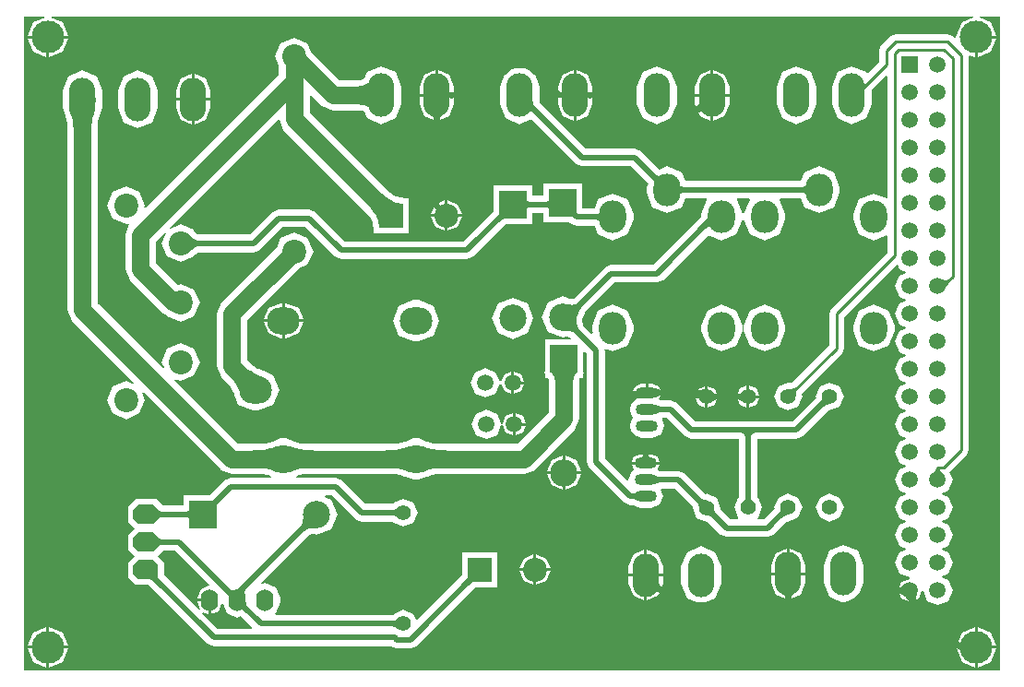
<source format=gbl>
G04*
G04 #@! TF.GenerationSoftware,Altium Limited,Altium Designer,18.0.11 (651)*
G04*
G04 Layer_Physical_Order=2*
G04 Layer_Color=16711680*
%FSTAX44Y44*%
%MOMM*%
G71*
G01*
G75*
%ADD10C,0.2540*%
%ADD31C,0.5000*%
%ADD32C,1.6000*%
%ADD33C,3.0000*%
%ADD34C,1.4000*%
%ADD35C,2.2000*%
%ADD36R,2.2000X2.2000*%
%ADD37C,1.5000*%
%ADD38C,2.5000*%
%ADD39R,2.5000X2.5000*%
%ADD40R,1.5000X1.5000*%
%ADD41O,2.0320X1.0160*%
%ADD42O,3.0000X2.5000*%
G04:AMPARAMS|DCode=43|XSize=1.778mm|YSize=2.286mm|CornerRadius=0mm|HoleSize=0mm|Usage=FLASHONLY|Rotation=90.000|XOffset=0mm|YOffset=0mm|HoleType=Round|Shape=Octagon|*
%AMOCTAGOND43*
4,1,8,-1.1430,-0.4445,-1.1430,0.4445,-0.6985,0.8890,0.6985,0.8890,1.1430,0.4445,1.1430,-0.4445,0.6985,-0.8890,-0.6985,-0.8890,-1.1430,-0.4445,0.0*
%
%ADD43OCTAGOND43*%

%ADD44R,2.5000X2.5000*%
%ADD45O,1.6000X2.0000*%
%ADD46O,2.4000X4.0000*%
%ADD47O,2.5000X3.0000*%
G36*
X0090424Y0000889D02*
X0000889D01*
Y006096D01*
X00027318D01*
X00027571Y0060833D01*
X00017055Y00603974D01*
X00012021Y0059182D01*
X00048939D01*
X00043905Y00603974D01*
X00033389Y0060833D01*
X00033642Y006096D01*
X00879488D01*
X00879741Y0060833D01*
X00869225Y00603974D01*
X00863665Y0059055D01*
X00863757Y00590328D01*
X00862701Y00589622D01*
X00860843Y0059148D01*
X00855983Y00593493D01*
X00808403D01*
X00808403Y00593493D01*
X00803543Y0059148D01*
X00803543Y0059148D01*
X0079536Y00583297D01*
X00793347Y00578437D01*
Y00568117D01*
X00782843Y00557613D01*
X00781597Y00557861D01*
X00781423Y00558282D01*
X0076835Y00563697D01*
X00755277Y00558282D01*
X00749863Y0054521D01*
Y0052921D01*
X00755277Y00516138D01*
X0076835Y00510723D01*
X00781423Y00516138D01*
X00786837Y0052921D01*
Y00542167D01*
X00799793Y00555123D01*
X00800967Y00554637D01*
Y00442891D01*
X00799911Y00442186D01*
X0078834Y00446978D01*
X00774885Y00441405D01*
X00769312Y0042795D01*
Y0042295D01*
X00774885Y00409495D01*
X0078834Y00403922D01*
X00799911Y00408714D01*
X00800967Y00408009D01*
Y00392857D01*
X0074952Y0034141D01*
X00747507Y0033655D01*
Y00307847D01*
X0071297Y00273311D01*
X00712903Y00273291D01*
X00712549Y00273214D01*
X00712146Y00273154D01*
X00711227Y00273088D01*
X0070993Y00273625D01*
X00700684Y00269796D01*
X00696855Y0026055D01*
X00700684Y00251304D01*
X0070993Y00247475D01*
X00719176Y00251304D01*
X00723005Y0026055D01*
X00722465Y00261855D01*
X00722474Y00262181D01*
X00722524Y00262701D01*
X00722594Y00263169D01*
X00722671Y00263523D01*
X00722691Y0026359D01*
X0075924Y0030014D01*
X0075924Y0030014D01*
X00761253Y00305D01*
X00761253Y00305D01*
Y00333703D01*
X00809265Y00381715D01*
X0081051Y00381467D01*
X00812062Y00377722D01*
X00817944Y00375285D01*
Y00374015D01*
X00812062Y00371578D01*
X00808074Y0036195D01*
X00812062Y00352322D01*
X00817944Y00349885D01*
Y00348615D01*
X00812062Y00346178D01*
X00808074Y0033655D01*
X00812062Y00326922D01*
X00817944Y00324485D01*
Y00323215D01*
X00812062Y00320778D01*
X00808074Y0031115D01*
X00812062Y00301522D01*
X00817944Y00299085D01*
Y00297815D01*
X00812062Y00295378D01*
X00808074Y0028575D01*
X00812062Y00276122D01*
X00817944Y00273685D01*
Y00272415D01*
X00812062Y00269978D01*
X00808074Y0026035D01*
X00812062Y00250722D01*
X00817944Y00248285D01*
Y00247015D01*
X00812062Y00244578D01*
X00808074Y0023495D01*
X00812062Y00225322D01*
X00817944Y00222885D01*
Y00221615D01*
X00812062Y00219178D01*
X00808074Y0020955D01*
X00812062Y00199922D01*
X00817944Y00197485D01*
Y00196215D01*
X00812062Y00193778D01*
X00808074Y0018415D01*
X00812062Y00174522D01*
X00817944Y00172085D01*
Y00170815D01*
X00812062Y00168378D01*
X00808074Y0015875D01*
X00812062Y00149122D01*
X00817944Y00146685D01*
Y00145415D01*
X00812062Y00142978D01*
X00808074Y0013335D01*
X00812062Y00123722D01*
X00817944Y00121285D01*
Y00120015D01*
X00812062Y00117578D01*
X00808074Y0010795D01*
X00812062Y00098322D01*
X00821137Y00094563D01*
Y00093188D01*
X00814006Y00090234D01*
X00811942Y00085253D01*
X00812157Y00085297D01*
X00812803Y0008549D01*
X00813432Y00085737D01*
X00814046Y0008604D01*
X00814642Y00086397D01*
X00815223Y0008681D01*
X00815787Y00087277D01*
X00816334Y000878D01*
Y0008382D01*
X0082169D01*
Y0008255D01*
X0082296D01*
Y00077128D01*
X00827736Y00078112D01*
X00827421Y00077618D01*
X00827197Y00077117D01*
X00827063Y00076611D01*
X00827021Y00076099D01*
X0082707Y00075581D01*
X0082721Y00075058D01*
X0082744Y00074529D01*
X00827664Y00074157D01*
X00829374Y00074866D01*
X00832328Y00081997D01*
X00833703D01*
X00837462Y00072922D01*
X0084709Y00068934D01*
X00856718Y00072922D01*
X00860706Y0008255D01*
X00856718Y00092178D01*
X00850836Y00094615D01*
Y00095885D01*
X00856718Y00098322D01*
X00860706Y0010795D01*
X00856718Y00117578D01*
X00850836Y00120015D01*
Y00121285D01*
X00856718Y00123722D01*
X00860706Y0013335D01*
X00856718Y00142978D01*
X00850836Y00145415D01*
Y00146685D01*
X00856718Y00149122D01*
X00860706Y0015875D01*
X00856718Y00168378D01*
X00850836Y00170815D01*
Y00172085D01*
X00856718Y00174522D01*
X00860706Y0018415D01*
X00857863Y00191016D01*
X0087342Y00206573D01*
X0087342Y00206573D01*
X00875433Y00211433D01*
X00875433Y00211433D01*
Y0057318D01*
X00876703Y00574028D01*
X0088138Y00572091D01*
Y0059055D01*
X0088265D01*
Y0059182D01*
X00901109D01*
X00896075Y00603974D01*
X00885559Y0060833D01*
X00885812Y006096D01*
X0090424D01*
Y0000889D01*
D02*
G37*
G36*
X00782153Y00545406D02*
X00781784Y0054502D01*
X00781171Y00544266D01*
X00780926Y00543897D01*
X00780723Y00543535D01*
X00780561Y00543179D01*
X0078044Y00542829D01*
X00780361Y00542485D01*
X00780323Y00542146D01*
X00780326Y00541814D01*
X00779838Y00548503D01*
X00779882Y00548201D01*
X00779964Y00547974D01*
X00780085Y00547822D01*
X00780244Y00547745D01*
X00780442Y00547743D01*
X00780678Y00547815D01*
X00780953Y00547962D01*
X00781266Y00548185D01*
X00781617Y00548481D01*
X00782007Y00548853D01*
X00782153Y00545406D01*
D02*
G37*
G36*
X00857748Y00365732D02*
X00857543Y00365496D01*
X00857297Y00365155D01*
X0085668Y00364159D01*
X00855443Y00361882D01*
X00853832Y00358665D01*
X00850748Y00368498D01*
X00851523Y003681D01*
X00852264Y00367791D01*
X0085297Y00367571D01*
X00853643Y00367441D01*
X0085428Y003674D01*
X00854884Y00367448D01*
X00855454Y00367585D01*
X00855989Y00367812D01*
X0085649Y00368128D01*
X00856957Y00368533D01*
X00857748Y00365732D01*
D02*
G37*
G36*
X00718665Y00267489D02*
X00718326Y00267099D01*
X00718024Y00266643D01*
X00717759Y00266121D01*
X0071753Y00265533D01*
X00717338Y00264879D01*
X00717183Y00264159D01*
X00717065Y00263373D01*
X00716983Y00262521D01*
X0071693Y0026062D01*
X0071Y0026755D01*
X00710984Y00267558D01*
X00712753Y00267684D01*
X00713539Y00267803D01*
X00714259Y00267958D01*
X00714913Y0026815D01*
X00715501Y00268379D01*
X00716023Y00268644D01*
X00716479Y00268946D01*
X00716869Y00269286D01*
X00718665Y00267489D01*
D02*
G37*
G36*
X00848394Y00195117D02*
X00848498Y00194536D01*
X00848671Y00193957D01*
X00848913Y00193381D01*
X00849224Y00192807D01*
X00849604Y00192236D01*
X00850053Y00191667D01*
X00850571Y001911D01*
X00851159Y00190536D01*
X00851815Y00189974D01*
X00842365D01*
X00843021Y00190536D01*
X00843609Y001911D01*
X00844127Y00191667D01*
X00844576Y00192236D01*
X00844956Y00192807D01*
X00845267Y00193381D01*
X00845509Y00193957D01*
X00845682Y00194536D01*
X00845786Y00195117D01*
X0084582Y001957D01*
X0084836D01*
X00848394Y00195117D01*
D02*
G37*
%LPC*%
G36*
X00901109Y0058928D02*
X0088392D01*
Y00572091D01*
X00896075Y00577126D01*
X00901109Y0058928D01*
D02*
G37*
G36*
X00048939D02*
X0003175D01*
Y00572091D01*
X00043905Y00577126D01*
X00048939Y0058928D01*
D02*
G37*
G36*
X0002921D02*
X00012021D01*
X00017055Y00577126D01*
X0002921Y00572091D01*
Y0058928D01*
D02*
G37*
G36*
X0051562Y00560422D02*
Y0053848D01*
X00526326D01*
Y0054221D01*
X00526376Y00541735D01*
X00526527Y0054131D01*
X00526779Y00540935D01*
X00527131Y0054061D01*
X00527584Y00540335D01*
X00528137Y0054011D01*
X00528791Y00539935D01*
X00529546Y0053981D01*
X00530088Y00539762D01*
Y0054521D01*
X00525479Y00556338D01*
X0051562Y00560422D01*
D02*
G37*
G36*
X0038862D02*
Y0053848D01*
X00399326D01*
Y0054221D01*
X00399376Y00541735D01*
X00399527Y0054131D01*
X00399779Y00540935D01*
X00400131Y0054061D01*
X00400584Y00540335D01*
X00401137Y0054011D01*
X00401791Y00539935D01*
X00402546Y0053981D01*
X00403088Y00539762D01*
Y0054521D01*
X00398479Y00556338D01*
X0038862Y00560422D01*
D02*
G37*
G36*
X0064135D02*
Y0053848D01*
X00655818D01*
Y0054521D01*
X00651208Y00556338D01*
X0064135Y00560422D01*
D02*
G37*
G36*
X0063881D02*
X00628951Y00556338D01*
X00624342Y0054521D01*
Y0053848D01*
X0063881D01*
Y00560422D01*
D02*
G37*
G36*
X0051308D02*
X00503222Y00556338D01*
X00498612Y0054521D01*
Y0053848D01*
X0049924D01*
Y0053971D01*
X00499836Y00539716D01*
X00501246Y00539807D01*
X0050159Y00539861D01*
X00501873Y00539927D01*
X00502092Y00540005D01*
X00502249Y00540096D01*
X00502343Y00540199D01*
X00502374Y00540313D01*
Y0053848D01*
X0051308D01*
Y00560422D01*
D02*
G37*
G36*
X0038608D02*
X00376222Y00556338D01*
X00371612Y0054521D01*
Y0053848D01*
X0038608D01*
Y00560422D01*
D02*
G37*
G36*
X001651Y00556612D02*
Y0053467D01*
X00179568D01*
Y005414D01*
X00174958Y00552528D01*
X001651Y00556612D01*
D02*
G37*
G36*
X0016256D02*
X00152702Y00552528D01*
X00148092Y005414D01*
Y0053467D01*
X0016256D01*
Y00556612D01*
D02*
G37*
G36*
X0051308Y0053594D02*
X00502374D01*
Y00534107D01*
X00502343Y00534221D01*
X00502249Y00534324D01*
X00502092Y00534414D01*
X00501873Y00534493D01*
X0050159Y00534559D01*
X00501246Y00534613D01*
X00500839Y00534656D01*
X00499836Y00534704D01*
X0049924Y0053471D01*
Y0053594D01*
X00498612D01*
Y0052921D01*
X00503222Y00518082D01*
X0051308Y00513998D01*
Y0053594D01*
D02*
G37*
G36*
X0063881D02*
X00624342D01*
Y0052921D01*
X00625552Y00526289D01*
X00626695Y00527676D01*
X006272Y00528426D01*
X00627604Y00529145D01*
X00627906Y00529833D01*
X00628107Y0053049D01*
X00628208Y00531116D01*
X00628206Y00531711D01*
X00628104Y00532275D01*
X00631185Y00521241D01*
X00630996Y00521724D01*
X00630737Y00522066D01*
X00630407Y00522268D01*
X00630008Y00522328D01*
X00629539Y00522248D01*
X00629Y00522028D01*
X00628391Y00521666D01*
X00627712Y00521165D01*
X00627684Y00521141D01*
X00628951Y00518082D01*
X0063881Y00513998D01*
Y0053594D01*
D02*
G37*
G36*
X00399326D02*
X0038862D01*
Y00518354D01*
X00392338D01*
X00391866Y00518295D01*
X00391442Y00518119D01*
X00391069Y00517827D01*
X00390746Y00517417D01*
X00390472Y0051689D01*
X00390248Y00516246D01*
X00390074Y00515486D01*
X00389949Y00514608D01*
X00389945Y00514547D01*
X00398479Y00518082D01*
X00403088Y0052921D01*
Y00534658D01*
X00402546Y0053461D01*
X00401791Y00534485D01*
X00401137Y0053431D01*
X00400584Y00534085D01*
X00400131Y0053381D01*
X00399779Y00533485D01*
X00399527Y0053311D01*
X00399376Y00532685D01*
X00399326Y0053221D01*
Y0053594D01*
D02*
G37*
G36*
X0038608D02*
X00371612D01*
Y0052921D01*
X00376222Y00518082D01*
X00384755Y00514547D01*
X00384751Y00514608D01*
X00384626Y00515486D01*
X00384452Y00516246D01*
X00384228Y0051689D01*
X00383954Y00517417D01*
X00383631Y00517827D01*
X00383257Y00518119D01*
X00382835Y00518295D01*
X00382362Y00518354D01*
X0038608D01*
Y0053594D01*
D02*
G37*
G36*
X00655818D02*
X0064135D01*
Y00513998D01*
X00651208Y00518082D01*
X00655818Y0052921D01*
Y0053594D01*
D02*
G37*
G36*
X00526326D02*
X0051562D01*
Y00513998D01*
X00525479Y00518082D01*
X00530088Y0052921D01*
Y00534658D01*
X00529546Y0053461D01*
X00528791Y00534485D01*
X00528137Y0053431D01*
X00527584Y00534085D01*
X00527131Y0053381D01*
X00526779Y00533485D01*
X00526527Y0053311D01*
X00526376Y00532685D01*
X00526326Y0053221D01*
Y0053594D01*
D02*
G37*
G36*
X0071755Y00563697D02*
X00704477Y00558282D01*
X00699063Y0054521D01*
Y0052921D01*
X00704477Y00516138D01*
X0071755Y00510723D01*
X00730622Y00516138D01*
X00736037Y0052921D01*
Y0054521D01*
X00730622Y00558282D01*
X0071755Y00563697D01*
D02*
G37*
G36*
X0058928D02*
X00576208Y00558282D01*
X00570793Y0054521D01*
Y0052921D01*
X00576208Y00516138D01*
X0058928Y00510723D01*
X00602352Y00516138D01*
X00607767Y0052921D01*
Y0054521D01*
X00602352Y00558282D01*
X0058928Y00563697D01*
D02*
G37*
G36*
X0025654Y00590175D02*
X00244233Y00585077D01*
X00239135Y0057277D01*
X00242382Y00564931D01*
Y00555774D01*
X00119976Y00433368D01*
X0011892Y00434073D01*
X00119805Y0043621D01*
X00114707Y00448517D01*
X001024Y00453615D01*
X00090093Y00448517D01*
X00084995Y0043621D01*
X00090093Y00423903D01*
X001024Y00418805D01*
X00104711Y00419762D01*
X00105453Y00418695D01*
X00101412Y0040894D01*
X00101412Y0040894D01*
Y0037719D01*
X00101412Y0037719D01*
X00105559Y00367179D01*
X00136039Y00336699D01*
X00136039Y00336699D01*
X00139784Y00335148D01*
X00140093Y00334403D01*
X001524Y00329305D01*
X00164707Y00334403D01*
X00169805Y0034671D01*
X00164707Y00359017D01*
X001524Y00364115D01*
X00149761Y00363022D01*
X00129728Y00383054D01*
Y00403076D01*
X00137737Y00411085D01*
X00138793Y0041038D01*
X00134995Y0040121D01*
X00140093Y00388903D01*
X001524Y00383805D01*
X00164707Y00388903D01*
X00165555Y00390951D01*
X001658Y00391168D01*
X00166534Y00391751D01*
X00167208Y00392221D01*
X00167814Y00392585D01*
X00168346Y0039285D01*
X00168739Y00393005D01*
X002196D01*
X00225401Y00395409D01*
X00245968Y00415975D01*
X00267112D01*
X00293918Y00389169D01*
X00293918Y00389169D01*
X0029972Y00386765D01*
X0029972Y00386766D01*
X0041529D01*
X00421091Y00389169D01*
X00451048Y00419125D01*
X00451137Y00419187D01*
X00451801Y00418912D01*
X00452219Y00419085D01*
X00452659Y00418979D01*
X00453183Y004193D01*
X0047478D01*
Y00428675D01*
X0048534D01*
Y0042057D01*
X00508897D01*
X00509818Y00419649D01*
X0051562Y00417245D01*
X0051562Y00417245D01*
X00532304D01*
X00535515Y00409495D01*
X0054897Y00403922D01*
X00562425Y00409495D01*
X00567999Y0042295D01*
Y0042795D01*
X00562425Y00441405D01*
X0054897Y00446978D01*
X00535515Y00441405D01*
X00532304Y00433655D01*
X005205D01*
Y0045573D01*
X0048534D01*
Y00445084D01*
X0047478D01*
Y0045446D01*
X0043962D01*
Y00432863D01*
X00439299Y00432339D01*
X00439405Y00431899D01*
X00439232Y00431482D01*
X00439507Y00430817D01*
X00439445Y00430728D01*
X00411892Y00403175D01*
X00303118D01*
X00276311Y00429981D01*
X0027051Y00432384D01*
X0024257D01*
X0024257Y00432385D01*
X00236768Y00429981D01*
X00216202Y00409414D01*
X00168739D01*
X00168346Y0040957D01*
X00167814Y00409835D01*
X00167208Y00410199D01*
X00166597Y00410625D01*
X00165535Y00411518D01*
X00164707Y00413517D01*
X001524Y00418615D01*
X0014323Y00414817D01*
X00142525Y00415873D01*
X00241378Y00514726D01*
X00242876Y00514428D01*
X00246529Y00505609D01*
X00324603Y00427535D01*
X00325708Y00425871D01*
X00326749Y0042403D01*
X00327575Y00422255D01*
X00328198Y00420546D01*
X0032863Y00418899D01*
X00328882Y00417306D01*
X0032898Y00415459D01*
X0032936Y00414663D01*
Y0041064D01*
X00333534D01*
X0033447Y00410252D01*
X00334615Y00410312D01*
X00334762Y0041026D01*
X00335558Y0041064D01*
X0036152D01*
Y00436602D01*
X003619Y00437398D01*
X00361848Y00437545D01*
X00361908Y0043769D01*
X0036152Y00438626D01*
Y004428D01*
X00357497D01*
X00356701Y0044318D01*
X00354854Y00443278D01*
X00353261Y0044353D01*
X00351614Y00443962D01*
X00349905Y00444585D01*
X0034813Y00445411D01*
X00346289Y00446452D01*
X00344625Y00447557D01*
X00270698Y00521484D01*
Y00536931D01*
X00271871Y00537417D01*
X00282089Y00527199D01*
X002921Y00523052D01*
X002921Y00523052D01*
X00317422D01*
X00319286Y00522634D01*
X00320736Y00522138D01*
X0032106Y00521973D01*
X00323478Y00516138D01*
X0033655Y00510723D01*
X00349622Y00516138D01*
X00355037Y0052921D01*
Y0054521D01*
X00349622Y00558282D01*
X0033655Y00563697D01*
X00323478Y00558282D01*
X0032106Y00552447D01*
X00320736Y00552282D01*
X00319286Y00551786D01*
X00317422Y00551368D01*
X00297964D01*
X00272094Y00577238D01*
X00268847Y00585077D01*
X0025654Y00590175D01*
D02*
G37*
G36*
X00179568Y0053213D02*
X001651D01*
Y00510188D01*
X00174958Y00514272D01*
X00179568Y005254D01*
Y0053213D01*
D02*
G37*
G36*
X0016256D02*
X00148092D01*
Y005254D01*
X00152702Y00514272D01*
X0016256Y00510188D01*
Y0053213D01*
D02*
G37*
G36*
X0011303Y00559887D02*
X00099958Y00554472D01*
X00094543Y005414D01*
Y005254D01*
X00099958Y00512328D01*
X0011303Y00506913D01*
X00126103Y00512328D01*
X00131517Y005254D01*
Y005414D01*
X00126103Y00554472D01*
X0011303Y00559887D01*
D02*
G37*
G36*
X0039751Y00440849D02*
Y0042799D01*
X00410369D01*
X00406603Y00437083D01*
X0039751Y00440849D01*
D02*
G37*
G36*
X0039497D02*
X00385877Y00437083D01*
X0038211Y0042799D01*
X0039497D01*
Y00440849D01*
D02*
G37*
G36*
X00410369Y0042545D02*
X0039751D01*
Y0041259D01*
X00406603Y00416357D01*
X00410369Y0042545D01*
D02*
G37*
G36*
X0039497D02*
X0038211D01*
X00385877Y00416357D01*
X0039497Y0041259D01*
Y0042545D01*
D02*
G37*
G36*
X0046355Y00563697D02*
X00450477Y00558282D01*
X00445063Y0054521D01*
Y0052921D01*
X00450477Y00516138D01*
X0046355Y00510723D01*
X00474075Y00515082D01*
X00514898Y00474259D01*
X00514898Y00474258D01*
X005207Y00471855D01*
X005207Y00471856D01*
X00565962D01*
X00581384Y00456433D01*
X00579941Y0045295D01*
Y0044795D01*
X00585515Y00434495D01*
X0059897Y00428922D01*
X00612425Y00434495D01*
X00615635Y00442245D01*
X00634696D01*
X00635337Y00440975D01*
X00629941Y0042795D01*
Y00425644D01*
X00585882Y00381585D01*
X0054737D01*
X00541568Y00379182D01*
X00541568Y00379181D01*
X00512934Y00350546D01*
X00512626Y00350446D01*
X00512165Y00350356D01*
X00511572Y00350307D01*
X00510837Y00350318D01*
X00509958Y00350409D01*
X00508941Y00350592D01*
X00507639Y00350917D01*
X00507118Y0035084D01*
X0050292Y00352579D01*
X00489465Y00347005D01*
X00483891Y0033355D01*
X00489465Y00320095D01*
X0050292Y00314522D01*
X00505238Y00315482D01*
X0050596Y0031546D01*
X00507086Y00315343D01*
X00508124Y00315176D01*
X00509008Y00314973D01*
X00509736Y00314747D01*
X005101Y00314599D01*
X00510464Y0031395D01*
X0050975Y0031268D01*
X0048661D01*
Y00284097D01*
X00486317Y00283648D01*
X00486427Y00283125D01*
X00486222Y00282631D01*
X0048661Y00281694D01*
Y0027752D01*
X00489642D01*
X00489776Y00277125D01*
X00490032Y00276005D01*
Y00245894D01*
X00461496Y00217358D01*
X00385434D01*
X00384827Y00217428D01*
X00383262Y00217714D01*
X00381889Y00218044D01*
X00380776Y00218392D01*
X00379934Y00218734D01*
X00379062Y00219199D01*
X00377826Y00219318D01*
X003708Y00222229D01*
X003658D01*
X00358774Y00219318D01*
X00357538Y00219199D01*
X00356666Y00218734D01*
X00355824Y00218392D01*
X00354787Y00218068D01*
X00351647Y00217408D01*
X00351276Y00217358D01*
X00263834D01*
X00263227Y00217428D01*
X00261662Y00217714D01*
X00260289Y00218044D01*
X00259176Y00218392D01*
X00258334Y00218734D01*
X00257462Y00219199D01*
X00256226Y00219318D01*
X002492Y00222229D01*
X002442D01*
X00237174Y00219318D01*
X00235938Y00219199D01*
X00235066Y00218734D01*
X00234224Y00218392D01*
X00233187Y00218068D01*
X00230047Y00217408D01*
X00229676Y00217358D01*
X00205254D01*
X00146861Y00275751D01*
X00147566Y00276807D01*
X001524Y00274805D01*
X00164707Y00279903D01*
X00169805Y0029221D01*
X00164707Y00304517D01*
X001524Y00309615D01*
X00140093Y00304517D01*
X00134995Y0029221D01*
X00136997Y00287376D01*
X00135941Y00286671D01*
X00076388Y00346224D01*
Y00512348D01*
X00076607Y00513704D01*
X00076888Y00515011D01*
X00077178Y0051602D01*
X0007744Y00516706D01*
X00077808Y00517415D01*
X00077913Y00518629D01*
X00080717Y005254D01*
Y005414D01*
X00075303Y00554472D01*
X0006223Y00559887D01*
X00049158Y00554472D01*
X00043743Y005414D01*
Y005254D01*
X00046547Y00518629D01*
X00046652Y00517415D01*
X0004702Y00516706D01*
X00047283Y0051602D01*
X00047572Y00515011D01*
X00047853Y00513704D01*
X00048072Y00512348D01*
Y0034036D01*
X00048072Y0034036D01*
X00052219Y00330349D01*
X00109578Y0027299D01*
X00108873Y00271934D01*
X001024Y00274615D01*
X00090093Y00269517D01*
X00084995Y0025721D01*
X00090093Y00244903D01*
X001024Y00239805D01*
X00114707Y00244903D01*
X00119805Y0025721D01*
X00117124Y00263683D01*
X0011818Y00264388D01*
X00189379Y00193189D01*
X00189379Y00193189D01*
X0019939Y00189042D01*
X00229566D01*
X00230173Y00188972D01*
X00231738Y00188686D01*
X00233111Y00188356D01*
X00234224Y00188008D01*
X00234691Y00187818D01*
X00235128Y00187004D01*
X00235207Y00186153D01*
X00235123Y00186005D01*
X0019812D01*
X0019812Y00186005D01*
X00192318Y00183601D01*
X00192318Y00183601D01*
X00178854Y00170137D01*
X00178761Y00170072D01*
X00178118Y00170338D01*
X00177696Y00170163D01*
X00177251Y00170269D01*
X00176782Y0016998D01*
X0015514D01*
Y00160604D01*
X00135941D01*
X00135445Y001611D01*
X00135367Y00161288D01*
X00135179Y00161366D01*
X00134961Y00161584D01*
X00134888Y00161714D01*
X00134808Y00161737D01*
X00130175Y0016637D01*
X00111125D01*
X0010414Y00159385D01*
Y00145415D01*
X00109855Y001397D01*
X0010414Y00133985D01*
Y00120015D01*
X00109855Y001143D01*
X0010414Y00108585D01*
Y00094615D01*
X00111125Y0008763D01*
X00120538D01*
X00120573Y00087599D01*
X00121245Y0008763D01*
X00122578D01*
X00122785Y00087571D01*
X00122873Y00087522D01*
X00122935Y00087515D01*
X00123214Y00087357D01*
X00123455Y00087192D01*
X00177078Y00033568D01*
X0018288Y00031165D01*
X00345809D01*
X00350831Y00029086D01*
X00362909D01*
X00368711Y00031488D01*
X00422512Y00085289D01*
X00422761Y00085462D01*
X00423708Y00085146D01*
X00424098Y0008534D01*
X00424527Y00085266D01*
X00424887Y0008552D01*
X004428D01*
Y0011768D01*
X0041064D01*
Y00098397D01*
X00410275Y00097701D01*
X00410413Y00097256D01*
X00410266Y00096815D01*
X00410454Y00096438D01*
X00369565Y00055548D01*
X00368319Y00055796D01*
X00366116Y00061116D01*
X0035687Y00064945D01*
X00347624Y00061116D01*
X00347193Y00060075D01*
X00239335D01*
X00239087Y0006132D01*
X00239881Y00061649D01*
X00244028Y0007166D01*
Y0007566D01*
X00239881Y00085671D01*
X0022987Y00089818D01*
X00226852Y00088568D01*
X00226147Y00089624D01*
X00269838Y00133315D01*
X00269931Y00133364D01*
X00270503Y00133597D01*
X00271232Y00133823D01*
X00272116Y00134026D01*
X00273085Y00134182D01*
X00275004Y00134331D01*
X0027732Y00133371D01*
X00290775Y00138945D01*
X00296348Y001524D01*
X00290775Y00165855D01*
X00284752Y0016835D01*
X00285Y00169596D01*
X00291242D01*
X00312768Y00148069D01*
X00312768Y00148069D01*
X0031857Y00145666D01*
X00347193D01*
X00347624Y00144624D01*
X0035687Y00140795D01*
X00366116Y00144624D01*
X00369945Y0015387D01*
X00366116Y00163116D01*
X0035687Y00166945D01*
X00347624Y00163116D01*
X00347193Y00162075D01*
X00321968D01*
X00300441Y00183601D01*
X0029464Y00186005D01*
X00258277D01*
X00258193Y00186153D01*
X00258272Y00187004D01*
X00258709Y00187818D01*
X00259176Y00188008D01*
X00260213Y00188332D01*
X00263353Y00188992D01*
X00263724Y00189042D01*
X00351166D01*
X00351773Y00188972D01*
X00353338Y00188686D01*
X00354711Y00188356D01*
X00355824Y00188008D01*
X00356666Y00187666D01*
X00357538Y00187201D01*
X00358774Y00187082D01*
X003658Y00184172D01*
X003708D01*
X00377826Y00187082D01*
X00379062Y00187201D01*
X00379934Y00187666D01*
X00380776Y00188008D01*
X00381813Y00188332D01*
X00384953Y00188992D01*
X00385324Y00189042D01*
X0046736D01*
X0046736Y00189042D01*
X00477371Y00193189D01*
X00514201Y00230019D01*
X00514201Y00230019D01*
X00518348Y0024003D01*
X00518348Y0024003D01*
Y00276005D01*
X00518604Y00277125D01*
X00518738Y0027752D01*
X0052177D01*
Y00281694D01*
X00522158Y00282631D01*
X00521953Y00283125D01*
X00522063Y00283648D01*
X0052177Y00284097D01*
Y00301438D01*
X00522943Y00301924D01*
X00525196Y00299672D01*
Y0020066D01*
X00527598Y00194858D01*
X00559348Y00163109D01*
X0056515Y00160706D01*
X00567298D01*
X00567771Y0016051D01*
X00567794Y00160477D01*
X00567889Y00160461D01*
X0057404Y00157913D01*
X005842D01*
X00591976Y00161134D01*
X00595197Y0016891D01*
X0059272Y0017489D01*
X00593426Y00175945D01*
X00605802D01*
X00622356Y00159391D01*
X00621925Y0015835D01*
X00625754Y00149104D01*
X00635Y00145275D01*
X00636041Y00145706D01*
X00647849Y00133898D01*
X0065365Y00131496D01*
X0069108D01*
X00696881Y00133898D01*
X00708889Y00145906D01*
X0070993Y00145475D01*
X00719176Y00149304D01*
X00723005Y0015855D01*
X00719176Y00167796D01*
X0070993Y00171625D01*
X00700684Y00167796D01*
X00696855Y0015855D01*
X00697286Y00157509D01*
X00687682Y00147905D01*
X00682221D01*
X00681973Y0014915D01*
X00682346Y00149304D01*
X00686175Y0015855D01*
X00682346Y00167796D01*
X00681304Y00168227D01*
Y00221665D01*
X0071735D01*
X00723151Y00224069D01*
X00746989Y00247906D01*
X0074803Y00247475D01*
X00757276Y00251304D01*
X00761105Y0026055D01*
X00757276Y00269796D01*
X0074803Y00273625D01*
X00738784Y00269796D01*
X00734955Y0026055D01*
X00735386Y00259509D01*
X00713952Y00238074D01*
X00624428D01*
X00607781Y00254722D01*
X0060198Y00257125D01*
X00592759D01*
X00592457Y00257198D01*
X00592146Y00257296D01*
X0059199Y00257357D01*
X00591416Y00258527D01*
X00591574Y00258985D01*
X00592618Y00261506D01*
X00592435Y00261488D01*
X0059169Y00261354D01*
X00590983Y00261182D01*
X00590313Y00260972D01*
X00589682Y00260724D01*
X00589089Y00260437D01*
X00588534Y00260112D01*
X00588017Y00259749D01*
Y0026289D01*
X0058039D01*
X00567588D01*
X00569284Y00258796D01*
X00568889Y00257257D01*
X00567534Y00256696D01*
X00564313Y0024892D01*
X00567469Y002413D01*
X00564313Y0023368D01*
X00567534Y00225904D01*
X0057531Y00222683D01*
X0058547D01*
X00593246Y00225904D01*
X00596467Y0023368D01*
X0059399Y0023966D01*
X00594696Y00240716D01*
X00598582D01*
X00615229Y00224069D01*
X0062103Y00221665D01*
X00664895D01*
Y00168227D01*
X00663854Y00167796D01*
X00660025Y0015855D01*
X00663854Y00149304D01*
X00664227Y0014915D01*
X00663979Y00147905D01*
X00657048D01*
X00647644Y00157309D01*
X00648075Y0015835D01*
X00644246Y00167596D01*
X00635Y00171425D01*
X00633959Y00170994D01*
X00615001Y00189951D01*
X006092Y00192355D01*
X00591489D01*
X00591187Y00192428D01*
X00590876Y00192526D01*
X0059072Y00192587D01*
X00590146Y00193757D01*
X00590304Y00194215D01*
X00591922Y0019812D01*
X0057912D01*
X00566318D01*
X00568014Y00194026D01*
X00567619Y00192487D01*
X00566264Y00191926D01*
X00563121Y00184338D01*
X0056187Y00183793D01*
X00541604Y00204058D01*
Y0030307D01*
X00541288Y00303833D01*
X00542186Y00304731D01*
X0054897Y00301922D01*
X00562425Y00307495D01*
X00567999Y0032095D01*
Y0032595D01*
X00562425Y00339405D01*
X0054897Y00344978D01*
X00535515Y00339405D01*
X00529941Y0032595D01*
Y0032095D01*
X00530689Y00319146D01*
X00529633Y0031844D01*
X00522005Y00326068D01*
X00521956Y00326161D01*
X00521723Y00326733D01*
X00521497Y00327462D01*
X00521294Y00328346D01*
X00521138Y00329314D01*
X0052099Y00331222D01*
X00521005Y00331271D01*
X00521949Y0033355D01*
X00521792Y00333927D01*
X00522163Y0033497D01*
X0052305Y00337082D01*
X00523392Y00337755D01*
X00523458Y00337865D01*
X00550768Y00365176D01*
X0058928D01*
X00595081Y00367579D01*
X00636563Y00409061D01*
X0064897Y00403922D01*
X00662425Y00409495D01*
X00667999Y0042295D01*
Y0042795D01*
X00662603Y00440975D01*
X00663244Y00442245D01*
X00674066D01*
X00674707Y00440975D01*
X00669312Y0042795D01*
Y0042295D01*
X00674885Y00409495D01*
X0068834Y00403922D01*
X00701795Y00409495D01*
X00707368Y0042295D01*
Y0042795D01*
X00701973Y00440975D01*
X00702614Y00442245D01*
X00721674D01*
X00724885Y00434495D01*
X0073834Y00428922D01*
X00751795Y00434495D01*
X00757368Y0044795D01*
Y0045295D01*
X00751795Y00466405D01*
X0073834Y00471978D01*
X00724885Y00466405D01*
X00721674Y00458655D01*
X00615635D01*
X00612425Y00466405D01*
X0059897Y00471978D01*
X00592068Y0046912D01*
X00591899Y00469161D01*
X00591876Y00469147D01*
X00575162Y00485862D01*
X0056936Y00488265D01*
X00524098D01*
X00482037Y00530326D01*
Y0054521D01*
X00476623Y00558282D01*
X0046355Y00563697D01*
D02*
G37*
G36*
X002492Y00346479D02*
X0024797D01*
Y0033147D01*
X00264953D01*
X00260711Y00341711D01*
X002492Y00346479D01*
D02*
G37*
G36*
X0024543D02*
X002442D01*
X00232689Y00341711D01*
X00228447Y0033147D01*
X0024543D01*
Y00346479D01*
D02*
G37*
G36*
X00264953Y0032893D02*
X0024797D01*
Y00313921D01*
X002492D01*
X00260711Y00318689D01*
X00264953Y0032893D01*
D02*
G37*
G36*
X0024543D02*
X00228447D01*
X00232689Y00318689D01*
X002442Y00313921D01*
X0024543D01*
Y0032893D01*
D02*
G37*
G36*
X004572Y00351309D02*
X00443745Y00345735D01*
X00438172Y0033228D01*
X00443745Y00318825D01*
X004572Y00313251D01*
X00470655Y00318825D01*
X00476228Y0033228D01*
X00470655Y00345735D01*
X004572Y00351309D01*
D02*
G37*
G36*
X003708Y00349229D02*
X003658D01*
X00352345Y00343655D01*
X00346772Y003302D01*
X00352345Y00316745D01*
X003658Y00311171D01*
X003708D01*
X00384255Y00316745D01*
X00389828Y003302D01*
X00384255Y00343655D01*
X003708Y00349229D01*
D02*
G37*
G36*
X0078834Y00344978D02*
X00774885Y00339405D01*
X00769312Y0032595D01*
Y0032095D01*
X00774885Y00307495D01*
X0078834Y00301922D01*
X00801795Y00307495D01*
X00807368Y0032095D01*
Y0032595D01*
X00801795Y00339405D01*
X0078834Y00344978D01*
D02*
G37*
G36*
X0068834D02*
X00674885Y00339405D01*
X00669312Y0032595D01*
Y0032095D01*
X00674885Y00307495D01*
X0068834Y00301922D01*
X00701795Y00307495D01*
X00707368Y0032095D01*
Y0032595D01*
X00701795Y00339405D01*
X0068834Y00344978D01*
D02*
G37*
G36*
X0064897D02*
X00635515Y00339405D01*
X00629941Y0032595D01*
Y0032095D01*
X00635515Y00307495D01*
X0064897Y00301922D01*
X00662425Y00307495D01*
X00667999Y0032095D01*
Y0032595D01*
X00662425Y00339405D01*
X0064897Y00344978D01*
D02*
G37*
G36*
X0045847Y00283391D02*
Y0027432D01*
X00467541D01*
X00464884Y00280734D01*
X0045847Y00283391D01*
D02*
G37*
G36*
X0058547Y00272408D02*
X0058166D01*
Y0026543D01*
X00588017D01*
Y00268571D01*
X00588534Y00268208D01*
X00589089Y00267883D01*
X00589682Y00267596D01*
X00590313Y00267348D01*
X00590983Y00267138D01*
X0059169Y00266966D01*
X00592435Y00266832D01*
X0059262Y00266809D01*
X00591302Y00269992D01*
X0058547Y00272408D01*
D02*
G37*
G36*
X0057912D02*
X0057531D01*
X00569478Y00269992D01*
X00567588Y0026543D01*
X0057912D01*
Y00272408D01*
D02*
G37*
G36*
X0063627Y0027015D02*
Y0026162D01*
X00639999D01*
Y0026525D01*
X0064048Y00264794D01*
X00640981Y00264386D01*
X00641504Y00264026D01*
X00642047Y00263714D01*
X0064261Y0026345D01*
X00643194Y00263234D01*
X00643799Y00263066D01*
X00644236Y00262982D01*
X00642302Y00267652D01*
X0063627Y0027015D01*
D02*
G37*
G36*
X00467541Y0027178D02*
X0045847D01*
Y00262709D01*
X00464884Y00265366D01*
X00467541Y0027178D01*
D02*
G37*
G36*
X004318Y00286667D02*
X00422172Y00282678D01*
X00418184Y0027305D01*
X00422172Y00263422D01*
X004318Y00259433D01*
X00441428Y00263422D01*
X0044513Y00272357D01*
X00445187Y00272497D01*
X00446562D01*
X0044662Y00272357D01*
X00449516Y00265366D01*
X0045593Y00262709D01*
Y0027305D01*
Y00283391D01*
X00449516Y00280734D01*
X0044662Y00273743D01*
X00446562Y00273603D01*
X00445187D01*
X0044513Y00273743D01*
X00441428Y00282678D01*
X004318Y00286667D01*
D02*
G37*
G36*
X0067437Y0027035D02*
Y0026182D01*
X006829D01*
X00680402Y00267852D01*
X0067437Y0027035D01*
D02*
G37*
G36*
X0067183Y0027035D02*
X00665798Y00267852D01*
X00663782Y00262983D01*
X00664228Y00263071D01*
X00664829Y00263243D01*
X00665408Y00263464D01*
X00665964Y00263734D01*
X00666498Y00264053D01*
X00667009Y00264421D01*
X00667497Y00264839D01*
X00667963Y00265305D01*
X00668063Y0026182D01*
X0067183D01*
Y0027035D01*
D02*
G37*
G36*
X0063373Y0027015D02*
X00627698Y00267652D01*
X00627338Y00266782D01*
X00633037Y00267069D01*
X00629746Y0026162D01*
X0063373D01*
Y0027015D01*
D02*
G37*
G36*
Y0025908D02*
X00628212D01*
X00628139Y0025896D01*
X00628106Y0025908D01*
X006252D01*
X00627698Y00253048D01*
X0063373Y0025055D01*
Y0025908D01*
D02*
G37*
G36*
X0067183Y0025928D02*
X00668135D01*
X00668243Y00255509D01*
X00667748Y00255954D01*
X00667234Y00256352D01*
X00666701Y00256703D01*
X00666149Y00257007D01*
X00665578Y00257265D01*
X00664988Y00257475D01*
X0066438Y00257639D01*
X00663946Y0025772D01*
X00665798Y00253248D01*
X0067183Y0025075D01*
Y0025928D01*
D02*
G37*
G36*
X006829D02*
X0067437D01*
Y0025075D01*
X00680402Y00253248D01*
X006829Y0025928D01*
D02*
G37*
G36*
X00639999Y0025908D02*
X0063627D01*
Y0025055D01*
X00642302Y00253048D01*
X00644236Y00257718D01*
X00643799Y00257634D01*
X00643194Y00257466D01*
X0064261Y0025725D01*
X00642047Y00256986D01*
X00641504Y00256674D01*
X00640981Y00256314D01*
X0064048Y00255906D01*
X00639999Y0025545D01*
Y0025908D01*
D02*
G37*
G36*
X0025654Y00411105D02*
X00244233Y00406007D01*
X00240986Y00398168D01*
X00189379Y00346561D01*
X00185232Y0033655D01*
X00185232Y0033655D01*
Y0028861D01*
X00185232Y0028861D01*
X00189379Y00278599D01*
X00196973Y00271005D01*
X00197249Y00270648D01*
X0019827Y00269104D01*
X00199188Y00267533D01*
X00199971Y00265993D01*
X00200623Y00264484D01*
X00201149Y00263004D01*
X00201607Y00261359D01*
X00202257Y00260529D01*
X00202525Y0025951D01*
X00202822Y00259336D01*
X00205345Y00253245D01*
X002188Y00247672D01*
X002238D01*
X00237255Y00253245D01*
X00242828Y002667D01*
X00237255Y00280155D01*
X00230166Y00283092D01*
X0022915Y0028389D01*
X00227507Y00284351D01*
X00226024Y00284885D01*
X00224497Y00285555D01*
X00222994Y00286333D01*
X00219598Y00288479D01*
X00219385Y00288637D01*
X00213548Y00294474D01*
Y00330686D01*
X00261008Y00378146D01*
X00268847Y00381393D01*
X00273945Y003937D01*
X00268847Y00406007D01*
X0025654Y00411105D01*
D02*
G37*
G36*
X0045974Y00245291D02*
Y0023622D01*
X00468811D01*
X00466154Y00242634D01*
X0045974Y00245291D01*
D02*
G37*
G36*
X00468811Y0023368D02*
X0045974D01*
Y00224609D01*
X00466154Y00227266D01*
X00468811Y0023368D01*
D02*
G37*
G36*
X0043307Y00248566D02*
X00423442Y00244578D01*
X00419454Y0023495D01*
X00423442Y00225322D01*
X0043307Y00221334D01*
X00442698Y00225322D01*
X00446399Y00234257D01*
X00446457Y00234397D01*
X00447832D01*
X0044789Y00234257D01*
X00450786Y00227266D01*
X004572Y00224609D01*
Y0023495D01*
Y00245291D01*
X00450786Y00242634D01*
X0044789Y00235643D01*
X00447832Y00235503D01*
X00446457D01*
X00446399Y00235643D01*
X00442698Y00244578D01*
X0043307Y00248566D01*
D02*
G37*
G36*
X005842Y00207638D02*
X00581726D01*
X00581845Y00206917D01*
X0058202Y00206264D01*
X00582245Y0020571D01*
X0058252Y00205257D01*
X00582845Y00204905D01*
X0058322Y00204654D01*
X00583645Y00204503D01*
X0058412Y00204453D01*
X0058039D01*
Y0020066D01*
X00591922D01*
X00590032Y00205222D01*
X005842Y00207638D01*
D02*
G37*
G36*
X00576514D02*
X0057404D01*
X00568208Y00205222D01*
X00566318Y0020066D01*
X0057785D01*
Y00204453D01*
X0057412D01*
X00574595Y00204503D01*
X0057502Y00204654D01*
X00575395Y00204905D01*
X0057572Y00205257D01*
X00575995Y0020571D01*
X0057622Y00206264D01*
X00576395Y00206917D01*
X00576514Y00207638D01*
D02*
G37*
G36*
X0050546Y00206253D02*
Y0019177D01*
X00519943D01*
X00515701Y00202011D01*
X0050546Y00206253D01*
D02*
G37*
G36*
X0050292D02*
X00492679Y00202011D01*
X00488437Y0019177D01*
X0050292D01*
Y00206253D01*
D02*
G37*
G36*
X00519943Y0018923D02*
X0050546D01*
Y00174747D01*
X00515701Y00178989D01*
X00519943Y0018923D01*
D02*
G37*
G36*
X0050292D02*
X00488437D01*
X00492679Y00178989D01*
X0050292Y00174747D01*
Y0018923D01*
D02*
G37*
G36*
X0074803Y00171625D02*
X00738784Y00167796D01*
X00734955Y0015855D01*
X00738784Y00149304D01*
X0074803Y00145475D01*
X00757276Y00149304D01*
X00761105Y0015855D01*
X00757276Y00167796D01*
X0074803Y00171625D01*
D02*
G37*
G36*
X0047879Y0011573D02*
Y0010287D01*
X0049165D01*
X00487883Y00111963D01*
X0047879Y0011573D01*
D02*
G37*
G36*
X0047625D02*
X00467157Y00111963D01*
X00463391Y0010287D01*
X0047625D01*
Y0011573D01*
D02*
G37*
G36*
X007112Y00121002D02*
Y0009906D01*
X00725668D01*
Y0010579D01*
X00721059Y00116918D01*
X007112Y00121002D01*
D02*
G37*
G36*
X0070866D02*
X00698801Y00116918D01*
X00694192Y0010579D01*
Y0009906D01*
X0070866D01*
Y00121002D01*
D02*
G37*
G36*
X0058039Y00119732D02*
Y0009779D01*
X00594858D01*
Y0010452D01*
X00590248Y00115648D01*
X0058039Y00119732D01*
D02*
G37*
G36*
X0057785D02*
X00567991Y00115648D01*
X00563382Y0010452D01*
Y0009779D01*
X0057785D01*
Y00119732D01*
D02*
G37*
G36*
X0049165Y0010033D02*
X0047879D01*
Y00087471D01*
X00487883Y00091237D01*
X0049165Y0010033D01*
D02*
G37*
G36*
X0047625D02*
X00463391D01*
X00467157Y00091237D01*
X0047625Y00087471D01*
Y0010033D01*
D02*
G37*
G36*
X00594858Y0009525D02*
X0058039D01*
Y00073308D01*
X00590248Y00077392D01*
X00591516Y00080451D01*
X00591488Y00080475D01*
X00590809Y00080976D01*
X005902Y00081338D01*
X00589661Y00081559D01*
X00589192Y00081638D01*
X00588793Y00081578D01*
X00588464Y00081376D01*
X00588204Y00081034D01*
X00588015Y00080551D01*
X00591096Y00091585D01*
X00590994Y00091021D01*
X00590993Y00090426D01*
X00591092Y00089801D01*
X00591294Y00089143D01*
X00591596Y00088455D01*
X00592Y00087736D01*
X00592505Y00086986D01*
X00593111Y00086204D01*
X00593645Y00085591D01*
X00594858Y0008852D01*
Y0009525D01*
D02*
G37*
G36*
X0082042Y0008128D02*
X00816334D01*
Y000773D01*
X00815787Y00077822D01*
X00815223Y0007829D01*
X00814642Y00078703D01*
X00814046Y0007906D01*
X00813432Y00079363D01*
X00812803Y0007961D01*
X00812157Y00079802D01*
X00811942Y00079847D01*
X00814006Y00074866D01*
X0082042Y00072209D01*
Y00073767D01*
X00817892Y00076083D01*
X0082042Y00076604D01*
Y0008128D01*
D02*
G37*
G36*
X00725668Y0009652D02*
X007112D01*
Y00078934D01*
X00714918D01*
X00714445Y00078875D01*
X00714023Y00078699D01*
X00713649Y00078407D01*
X00713326Y00077997D01*
X00713052Y0007747D01*
X00712828Y00076827D01*
X00712654Y00076066D01*
X0071253Y00075188D01*
X00712525Y00075127D01*
X00721059Y00078662D01*
X00725668Y0008979D01*
Y0009652D01*
D02*
G37*
G36*
X0070866D02*
X00694192D01*
Y0008979D01*
X00698801Y00078662D01*
X00707335Y00075127D01*
X0070733Y00075188D01*
X00707206Y00076066D01*
X00707032Y00076827D01*
X00706808Y0007747D01*
X00706534Y00077997D01*
X00706211Y00078407D01*
X00705837Y00078699D01*
X00705415Y00078875D01*
X00704942Y00078934D01*
X0070866D01*
Y0009652D01*
D02*
G37*
G36*
X0057785Y0009525D02*
X00563382D01*
Y0008852D01*
X00567991Y00077392D01*
X0057785Y00073308D01*
Y0009525D01*
D02*
G37*
G36*
X0076073Y00124277D02*
X00747657Y00118862D01*
X00742243Y0010579D01*
Y0008979D01*
X00747657Y00076718D01*
X0076073Y00071303D01*
X00773802Y00076718D01*
X00779217Y0008979D01*
Y0010579D01*
X00773802Y00118862D01*
X0076073Y00124277D01*
D02*
G37*
G36*
X0062992Y00123007D02*
X00616847Y00117592D01*
X00611433Y0010452D01*
Y0008852D01*
X00616847Y00075448D01*
X0062992Y00070033D01*
X00642992Y00075448D01*
X00648407Y0008852D01*
Y0010452D01*
X00642992Y00117592D01*
X0062992Y00123007D01*
D02*
G37*
G36*
X0088392Y00048939D02*
Y0003175D01*
X00901109D01*
X00896075Y00043905D01*
X0088392Y00048939D01*
D02*
G37*
G36*
X0088138D02*
X00869225Y00043905D01*
X00864191Y0003175D01*
X0088138D01*
Y00048939D01*
D02*
G37*
G36*
X0003175D02*
Y0003175D01*
X00048939D01*
X00043905Y00043905D01*
X0003175Y00048939D01*
D02*
G37*
G36*
X0002921D02*
X00017055Y00043905D01*
X00012021Y0003175D01*
X0002921D01*
Y00048939D01*
D02*
G37*
G36*
X00901109Y0002921D02*
X0088392D01*
Y00012021D01*
X00896075Y00017055D01*
X00901109Y0002921D01*
D02*
G37*
G36*
X0088138D02*
X00864191D01*
X00869225Y00017055D01*
X0088138Y00012021D01*
Y0002921D01*
D02*
G37*
G36*
X00048939D02*
X0003175D01*
Y00012021D01*
X00043905Y00017055D01*
X00048939Y0002921D01*
D02*
G37*
G36*
X0002921D02*
X00012021D01*
X00017055Y00017055D01*
X0002921Y00012021D01*
Y0002921D01*
D02*
G37*
%LPD*%
G36*
X00327665Y0052123D02*
X00327474Y00522746D01*
X003269Y00524103D01*
X00325944Y005253D01*
X00324605Y00526337D01*
X00322884Y00527215D01*
X00320781Y00527933D01*
X00318295Y00528492D01*
X00315427Y00528891D01*
X00312176Y0052913D01*
X00308543Y0052921D01*
Y0054521D01*
X00312176Y0054529D01*
X00318295Y00545928D01*
X00320781Y00546487D01*
X00322884Y00547205D01*
X00324605Y00548083D01*
X00325944Y0054912D01*
X003269Y00550317D01*
X00327474Y00551674D01*
X00327665Y0055319D01*
Y0052123D01*
D02*
G37*
G36*
X00490481Y0043188D02*
X00490431Y00432355D01*
X0049028Y0043278D01*
X00490028Y00433155D01*
X00489676Y0043348D01*
X00489223Y00433755D01*
X0048867Y0043398D01*
X00488016Y00434155D01*
X00487262Y0043428D01*
X00486406Y00434355D01*
X00485451Y0043438D01*
Y0043938D01*
X00486406Y00439405D01*
X00487262Y0043948D01*
X00488016Y00439605D01*
X0048867Y0043978D01*
X00489223Y00440005D01*
X00489676Y0044028D01*
X00490028Y00440605D01*
X0049028Y0044098D01*
X00490431Y00441405D01*
X00490481Y0044188D01*
Y0043188D01*
D02*
G37*
G36*
X00469689Y00441405D02*
X0046984Y0044098D01*
X00470092Y00440605D01*
X00470444Y0044028D01*
X00470897Y00440005D01*
X0047145Y0043978D01*
X00472104Y00439605D01*
X00472859Y0043948D01*
X00473714Y00439405D01*
X00474669Y0043938D01*
Y0043438D01*
X00473714Y00434355D01*
X00472859Y0043428D01*
X00472104Y00434155D01*
X0047145Y0043398D01*
X00470897Y00433755D01*
X00470444Y0043348D01*
X00470092Y00433155D01*
X0046984Y0043278D01*
X00469689Y00432355D01*
X00469639Y0043188D01*
Y0044188D01*
X00469689Y00441405D01*
D02*
G37*
G36*
X00451801Y00424411D02*
X00451413Y00424693D01*
X00450953Y00424835D01*
X00450423D01*
X00449822Y00424693D01*
X0044915Y00424411D01*
X00448407Y00423986D01*
X00447594Y0042342D01*
X0044671Y00422713D01*
X0044473Y00420875D01*
X00441195Y00424411D01*
X00442185Y00425436D01*
X00443741Y00427274D01*
X00444306Y00428087D01*
X0044473Y0042883D01*
X00445013Y00429502D01*
X00445155Y00430103D01*
Y00430633D01*
X00445013Y00431093D01*
X0044473Y00431482D01*
X00451801Y00424411D01*
D02*
G37*
G36*
X00536776Y00420457D02*
X00536723Y00420931D01*
X00536563Y00421355D01*
X00536298Y00421729D01*
X00535926Y00422053D01*
X00535448Y00422327D01*
X00534863Y00422551D01*
X00534172Y00422726D01*
X00533375Y0042285D01*
X00532472Y00422925D01*
X00531462Y0042295D01*
Y0042795D01*
X00532472Y00427975D01*
X00533375Y0042805D01*
X00534172Y00428174D01*
X00534863Y00428349D01*
X00535448Y00428573D01*
X00535926Y00428847D01*
X00536298Y00429171D01*
X00536563Y00429545D01*
X00536723Y00429969D01*
X00536776Y00430443D01*
Y00420457D01*
D02*
G37*
G36*
X00336726Y00446854D02*
X00341197Y00443233D01*
X00343411Y00441763D01*
X00345612Y00440518D01*
X00347799Y004395D01*
X00349972Y00438708D01*
X00352132Y00438142D01*
X00354278Y00437803D01*
X00356409Y0043769D01*
X0033447Y00415751D01*
X00334357Y00417882D01*
X00334018Y00420028D01*
X00333452Y00422188D01*
X0033266Y00424361D01*
X00331642Y00426548D01*
X00330397Y00428749D01*
X00328927Y00430963D01*
X0032723Y00433192D01*
X00325306Y00435434D01*
X00323157Y0043769D01*
X0033447Y00449003D01*
X00336726Y00446854D01*
D02*
G37*
G36*
X00161268Y00407922D02*
X00163247Y00406258D01*
X00164215Y00405582D01*
X00165168Y0040501D01*
X00166106Y00404542D01*
X0016703Y00404178D01*
X00167939Y00403918D01*
X00168833Y00403762D01*
X00169712Y0040371D01*
Y0039871D01*
X00168833Y00398658D01*
X00167939Y00398502D01*
X0016703Y00398242D01*
X00166106Y00397878D01*
X00165168Y0039741D01*
X00164215Y00396838D01*
X00163247Y00396162D01*
X00162265Y00395382D01*
X00161268Y00394498D01*
X00160256Y0039351D01*
Y0040891D01*
X00161268Y00407922D01*
D02*
G37*
G36*
X00475424Y00531711D02*
X00475423Y00531116D01*
X00475522Y0053049D01*
X00475724Y00529833D01*
X00476026Y00529145D01*
X0047643Y00528426D01*
X00476935Y00527676D01*
X00477541Y00526894D01*
X00478249Y00526082D01*
X00479058Y00525238D01*
X00477486Y00519738D01*
X00476667Y00520522D01*
X00475918Y00521165D01*
X00475239Y00521666D01*
X0047463Y00522028D01*
X00474091Y00522248D01*
X00473622Y00522328D01*
X00473223Y00522268D01*
X00472893Y00522066D01*
X00472634Y00521724D01*
X00472445Y00521241D01*
X00475526Y00532275D01*
X00475424Y00531711D01*
D02*
G37*
G36*
X00072415Y00518962D02*
X00071957Y00517762D01*
X00071552Y00516349D01*
X00071201Y00514723D01*
X00070904Y00512883D01*
X00070473Y00508566D01*
X00070257Y00503396D01*
X0007023Y00500492D01*
X0005423D01*
X00054203Y00503396D01*
X00053555Y00512883D01*
X00053259Y00514723D01*
X00052908Y00516349D01*
X00052503Y00517762D01*
X00052045Y00518962D01*
X00051532Y00519949D01*
X00072928D01*
X00072415Y00518962D01*
D02*
G37*
G36*
X00587946Y00465045D02*
X0058869Y00464406D01*
X00589382Y0046389D01*
X00590022Y00463498D01*
X00590608Y00463228D01*
X00591143Y00463082D01*
X00591624Y00463059D01*
X00592053Y00463159D01*
X00592429Y00463382D01*
X00592752Y00463729D01*
X00586805Y00455566D01*
X00587045Y00455994D01*
X00587172Y00456464D01*
X00587186Y00456977D01*
X00587087Y00457533D01*
X00586875Y00458131D01*
X0058655Y00458772D01*
X00586113Y00459455D01*
X00585563Y00460182D01*
X00584899Y0046095D01*
X00584123Y00461762D01*
X00587149Y00465807D01*
X00587946Y00465045D01*
D02*
G37*
G36*
X00726146Y00445457D02*
X00726093Y00445931D01*
X00725933Y00446355D01*
X00725668Y00446729D01*
X00725296Y00447053D01*
X00724818Y00447327D01*
X00724233Y00447551D01*
X00723542Y00447726D01*
X00722745Y0044785D01*
X00721842Y00447925D01*
X00720832Y0044795D01*
Y0045295D01*
X00721842Y00452975D01*
X00722745Y0045305D01*
X00723542Y00453174D01*
X00724233Y00453349D01*
X00724818Y00453573D01*
X00725296Y00453847D01*
X00725668Y00454171D01*
X00725933Y00454545D01*
X00726093Y00454969D01*
X00726146Y00455443D01*
Y00445457D01*
D02*
G37*
G36*
X00611217Y00454969D02*
X00611377Y00454545D01*
X00611642Y00454171D01*
X00612014Y00453847D01*
X00612492Y00453573D01*
X00613077Y00453349D01*
X00613768Y00453174D01*
X00614565Y0045305D01*
X00615468Y00452975D01*
X00616478Y0045295D01*
Y0044795D01*
X00615468Y00447925D01*
X00614565Y0044785D01*
X00613768Y00447726D01*
X00613077Y00447551D01*
X00612492Y00447327D01*
X00612014Y00447053D01*
X00611642Y00446729D01*
X00611377Y00446355D01*
X00611217Y00445931D01*
X00611164Y00445457D01*
Y00455443D01*
X00611217Y00454969D01*
D02*
G37*
G36*
X0063877Y00415789D02*
X00638619Y00416311D01*
X00638394Y0041669D01*
X00638097Y00416924D01*
X00637726Y00417014D01*
X00637282Y0041696D01*
X00636764Y00416762D01*
X00636174Y00416419D01*
X0063551Y00415933D01*
X00634773Y00415302D01*
X00633962Y00414527D01*
X00632926Y00420562D01*
X00633706Y00421376D01*
X00634982Y00422933D01*
X0063548Y00423676D01*
X00635883Y00424395D01*
X00636193Y0042509D01*
X00636409Y00425762D01*
X00636531Y00426409D01*
X00636558Y00427033D01*
X00636492Y00427633D01*
X0063877Y00415789D01*
D02*
G37*
G36*
X00520143Y00342617D02*
X00519618Y00342021D01*
X00519095Y00341286D01*
X00518575Y00340412D01*
X00518059Y00339399D01*
X00517033Y00336956D01*
X00516525Y00335527D01*
X00515435Y00331822D01*
X00515436Y00331729D01*
X00515673Y00328663D01*
X00515895Y00327293D01*
X00516184Y00326032D01*
X00516541Y00324879D01*
X00516966Y00323835D01*
X0051746Y00322899D01*
X00518022Y00322072D01*
X00518651Y00321354D01*
X00515116Y00317819D01*
X00514398Y00318449D01*
X00513571Y0031901D01*
X00512635Y00319504D01*
X00511591Y00319929D01*
X00510438Y00320286D01*
X00509177Y00320575D01*
X00507807Y00320797D01*
X00506328Y00320949D01*
X00503045Y00321051D01*
X00514063Y00332068D01*
X00506307Y00345582D01*
X00507787Y00345213D01*
X00509188Y0034496D01*
X00510511Y00344824D01*
X00511756Y00344804D01*
X00512924Y00344901D01*
X00514012Y00345115D01*
X00515023Y00345445D01*
X00515956Y00345891D01*
X00516811Y00346454D01*
X00517588Y00347133D01*
X00520143Y00342617D01*
D02*
G37*
G36*
X0051581Y0028247D02*
X00515051Y00281991D01*
X0051438Y0028119D01*
X00513799Y0028007D01*
X00513307Y00278631D01*
X00512905Y0027687D01*
X00512592Y0027479D01*
X00512369Y0027239D01*
X0051219Y0026663D01*
X0049619D01*
X00496145Y00269671D01*
X00495788Y0027479D01*
X00495475Y0027687D01*
X00495073Y00278631D01*
X00494581Y0028007D01*
X00494Y0028119D01*
X0049333Y00281991D01*
X0049257Y0028247D01*
X00491721Y00282631D01*
X0051666D01*
X0051581Y0028247D01*
D02*
G37*
G36*
X0074796Y0025355D02*
X00747298Y00253533D01*
X00746654Y00253467D01*
X00746031Y00253352D01*
X00745426Y00253189D01*
X00744841Y00252977D01*
X00744275Y00252716D01*
X00743728Y00252407D01*
X00743201Y0025205D01*
X00742693Y00251644D01*
X00742205Y00251189D01*
X00738669Y00254725D01*
X00739124Y00255213D01*
X0073953Y00255721D01*
X00739887Y00256248D01*
X00740196Y00256795D01*
X00740457Y00257361D01*
X00740669Y00257946D01*
X00740832Y00258551D01*
X00740947Y00259174D01*
X00741013Y00259818D01*
X0074103Y0026048D01*
X0074796Y0025355D01*
D02*
G37*
G36*
X00588534Y00252968D02*
X00589089Y00252643D01*
X00589682Y00252356D01*
X00590313Y00252108D01*
X00590983Y00251898D01*
X0059169Y00251726D01*
X00592435Y00251592D01*
X00593219Y00251496D01*
X005949Y0025142D01*
Y0024642D01*
X0059404Y00246401D01*
X00592435Y00246248D01*
X0059169Y00246114D01*
X00590983Y00245942D01*
X00590313Y00245732D01*
X00589682Y00245484D01*
X00589089Y00245197D01*
X00588534Y00244872D01*
X00588017Y00244509D01*
Y00253331D01*
X00588534Y00252968D01*
D02*
G37*
G36*
X006806Y0022737D02*
X0067965Y0022732D01*
X006788Y0022717D01*
X0067805Y0022692D01*
X006774Y0022657D01*
X0067685Y0022612D01*
X006764Y0022557D01*
X0067605Y0022492D01*
X006758Y0022417D01*
X0067565Y0022332D01*
X006756Y0022237D01*
X006706D01*
X0067055Y0022332D01*
X006704Y0022417D01*
X0067015Y0022492D01*
X006698Y0022557D01*
X0066935Y0022612D01*
X006688Y0022657D01*
X0066815Y0022692D01*
X006674Y0022717D01*
X0066655Y0022732D01*
X006656Y0022737D01*
X006731Y0023237D01*
X006806Y0022737D01*
D02*
G37*
G36*
X00377601Y00213747D02*
X00378916Y00213213D01*
X00380424Y00212741D01*
X00382124Y00212332D01*
X00384016Y00211986D01*
X00388379Y00211483D01*
X00393511Y00211231D01*
X00396366Y002112D01*
Y001952D01*
X00393511Y00195168D01*
X00386101Y00194697D01*
X00384016Y00194414D01*
X00380424Y00193659D01*
X00378916Y00193187D01*
X00377601Y00192653D01*
X00376479Y00192055D01*
Y00214345D01*
X00377601Y00213747D01*
D02*
G37*
G36*
X00360121Y00192055D02*
X00358999Y00192653D01*
X00357684Y00193187D01*
X00356176Y00193659D01*
X00354476Y00194068D01*
X00352584Y00194414D01*
X00348221Y00194917D01*
X00343089Y00195168D01*
X00340234Y001952D01*
Y002112D01*
X00343089Y00211231D01*
X00350499Y00211703D01*
X00352584Y00211986D01*
X00356176Y00212741D01*
X00357684Y00213213D01*
X00358999Y00213747D01*
X00360121Y00214345D01*
Y00192055D01*
D02*
G37*
G36*
X00256001Y00213747D02*
X00257316Y00213213D01*
X00258824Y00212741D01*
X00260524Y00212332D01*
X00262416Y00211986D01*
X00266779Y00211483D01*
X00271911Y00211231D01*
X00274766Y002112D01*
Y001952D01*
X00271911Y00195168D01*
X00264501Y00194697D01*
X00262416Y00194414D01*
X00258824Y00193659D01*
X00257316Y00193187D01*
X00256001Y00192653D01*
X00254879Y00192055D01*
Y00214345D01*
X00256001Y00213747D01*
D02*
G37*
G36*
X00238521Y00192055D02*
X00237399Y00192653D01*
X00236084Y00193187D01*
X00234576Y00193659D01*
X00232876Y00194068D01*
X00230984Y00194414D01*
X00226621Y00194917D01*
X00221489Y00195168D01*
X00218634Y001952D01*
Y002112D01*
X00221489Y00211231D01*
X00228899Y00211703D01*
X00230984Y00211986D01*
X00234576Y00212741D01*
X00236084Y00213213D01*
X00237399Y00213747D01*
X00238521Y00214345D01*
Y00192055D01*
D02*
G37*
G36*
X00587264Y00188198D02*
X00587819Y00187873D01*
X00588412Y00187586D01*
X00589043Y00187338D01*
X00589712Y00187128D01*
X0059042Y00186956D01*
X00591165Y00186822D01*
X00591949Y00186726D01*
X0059363Y0018665D01*
Y0018165D01*
X0059277Y00181631D01*
X00591165Y00181478D01*
X0059042Y00181344D01*
X00589712Y00181172D01*
X00589043Y00180962D01*
X00588412Y00180714D01*
X00587819Y00180427D01*
X00587264Y00180102D01*
X00586747Y00179739D01*
Y00188561D01*
X00587264Y00188198D01*
D02*
G37*
G36*
X00570712Y00165137D02*
X00570656Y00165379D01*
X0057049Y00165595D01*
X00570211Y00165786D01*
X00569822Y00165952D01*
X00569322Y00166092D01*
X0056871Y00166206D01*
X00567987Y00166296D01*
X00566207Y00166397D01*
X0056515Y0016641D01*
Y0017141D01*
X00566207Y00171423D01*
X0056871Y00171614D01*
X00569322Y00171728D01*
X00569822Y00171868D01*
X00570211Y00172034D01*
X0057049Y00172225D01*
X00570656Y00172441D01*
X00570712Y00172683D01*
Y00165137D01*
D02*
G37*
G36*
X00188725Y00164869D02*
X00187732Y00163841D01*
X0018617Y00161999D01*
X00185602Y00161185D01*
X00185174Y00160443D01*
X00184888Y00159771D01*
X00184744Y00159171D01*
X00184741Y00158642D01*
X00184879Y00158185D01*
X00185159Y00157799D01*
X00178118Y00164839D01*
X00178505Y00164559D01*
X00178962Y00164421D01*
X00179491Y00164424D01*
X00180091Y00164568D01*
X00180763Y00164854D01*
X00181505Y00165282D01*
X00182319Y0016585D01*
X00183205Y0016656D01*
X00185189Y00168405D01*
X00188725Y00164869D01*
D02*
G37*
G36*
X00675624Y00168621D02*
X00675696Y00167975D01*
X00675816Y00167349D01*
X00675984Y00166744D01*
X006762Y0016616D01*
X00676464Y00165597D01*
X00676776Y00165054D01*
X00677136Y00164531D01*
X00677544Y0016403D01*
X00678Y00163549D01*
X006682D01*
X00668656Y0016403D01*
X00669064Y00164531D01*
X00669424Y00165054D01*
X00669736Y00165597D01*
X0067Y0016616D01*
X00670216Y00166744D01*
X00670384Y00167349D01*
X00670504Y00167975D01*
X00670576Y00168621D01*
X006706Y00169288D01*
X006756D01*
X00675624Y00168621D01*
D02*
G37*
G36*
X00629663Y00167256D02*
X00630171Y0016685D01*
X00630698Y00166493D01*
X00631245Y00166184D01*
X00631811Y00165923D01*
X00632396Y00165711D01*
X00633001Y00165548D01*
X00633624Y00165433D01*
X00634268Y00165367D01*
X0063493Y0016535D01*
X00628Y0015842D01*
X00627983Y00159082D01*
X00627917Y00159726D01*
X00627802Y00160349D01*
X00627639Y00160954D01*
X00627427Y00161539D01*
X00627166Y00162105D01*
X00626857Y00162652D01*
X006265Y00163179D01*
X00626094Y00163687D01*
X00625639Y00164175D01*
X00629175Y00167711D01*
X00629663Y00167256D01*
D02*
G37*
G36*
X0070986Y0015155D02*
X00709197Y00151533D01*
X00708554Y00151467D01*
X00707931Y00151352D01*
X00707326Y00151189D01*
X00706741Y00150977D01*
X00706175Y00150716D01*
X00705628Y00150407D01*
X00705101Y0015005D01*
X00704593Y00149644D01*
X00704105Y00149189D01*
X00700569Y00152725D01*
X00701024Y00153213D01*
X0070143Y00153721D01*
X00701787Y00154248D01*
X00702096Y00154795D01*
X00702357Y00155361D01*
X00702569Y00155946D01*
X00702732Y00156551D01*
X00702847Y00157174D01*
X00702913Y00157817D01*
X0070293Y0015848D01*
X0070986Y0015155D01*
D02*
G37*
G36*
X00642017Y00157618D02*
X00642083Y00156974D01*
X00642198Y00156351D01*
X00642361Y00155746D01*
X00642573Y00155161D01*
X00642834Y00154595D01*
X00643143Y00154048D01*
X006435Y00153521D01*
X00643906Y00153013D01*
X00644361Y00152525D01*
X00640825Y00148989D01*
X00640337Y00149444D01*
X00639829Y0014985D01*
X00639302Y00150207D01*
X00638755Y00150516D01*
X00638189Y00150777D01*
X00637604Y00150989D01*
X00636999Y00151152D01*
X00636376Y00151267D01*
X00635732Y00151333D01*
X0063507Y0015135D01*
X00642Y0015828D01*
X00642017Y00157618D01*
D02*
G37*
G36*
X00351871Y0014897D02*
X0035139Y00149426D01*
X00350889Y00149834D01*
X00350366Y00150194D01*
X00349823Y00150506D01*
X0034926Y0015077D01*
X00348676Y00150986D01*
X00348071Y00151154D01*
X00347445Y00151274D01*
X00346799Y00151346D01*
X00346132Y0015137D01*
Y0015637D01*
X00346799Y00156394D01*
X00347445Y00156466D01*
X00348071Y00156586D01*
X00348676Y00156754D01*
X0034926Y0015697D01*
X00349823Y00157234D01*
X00350366Y00157546D01*
X00350889Y00157906D01*
X0035139Y00158314D01*
X00351871Y0015877D01*
Y0014897D01*
D02*
G37*
G36*
X00160281Y001474D02*
X00160231Y00147875D01*
X0016008Y001483D01*
X00159828Y00148675D01*
X00159476Y00149D01*
X00159023Y00149275D01*
X0015847Y001495D01*
X00157816Y00149675D01*
X00157062Y001498D01*
X00156206Y00149875D01*
X00155251Y001499D01*
Y001549D01*
X00156206Y00154925D01*
X00157062Y00155D01*
X00157816Y00155125D01*
X0015847Y001553D01*
X00159023Y00155525D01*
X00159476Y001558D01*
X00159828Y00156125D01*
X0016008Y001565D01*
X00160231Y00156925D01*
X00160281Y001574D01*
Y001474D01*
D02*
G37*
G36*
X00131535Y00156925D02*
X00131702Y001565D01*
X00131981Y00156125D01*
X00132371Y001558D01*
X00132872Y00155525D01*
X00133485Y001553D01*
X00134209Y00155125D01*
X00135044Y00155D01*
X00135991Y00154925D01*
X0013705Y001549D01*
Y001499D01*
X00135991Y00149875D01*
X00135044Y001498D01*
X00134209Y00149675D01*
X00133485Y001495D01*
X00132872Y00149275D01*
X00132371Y00149D01*
X00131981Y00148675D01*
X00131702Y001483D01*
X00131535Y00147875D01*
X00131479Y001474D01*
Y001574D01*
X00131535Y00156925D01*
D02*
G37*
G36*
X00277195Y00139901D02*
X00275499Y00139884D01*
X00272433Y00139647D01*
X00271063Y00139425D01*
X00269802Y00139136D01*
X00268649Y00138779D01*
X00267605Y00138354D01*
X00266669Y0013786D01*
X00265842Y00137298D01*
X00265124Y00136669D01*
X00261589Y00140204D01*
X00262218Y00140922D01*
X0026278Y00141749D01*
X00263274Y00142685D01*
X00263699Y00143729D01*
X00264056Y00144882D01*
X00264345Y00146143D01*
X00264566Y00147513D01*
X00264719Y00148992D01*
X00264821Y00152275D01*
X00277195Y00139901D01*
D02*
G37*
G36*
X00131535Y00131525D02*
X00131702Y001311D01*
X00131981Y00130725D01*
X00132371Y001304D01*
X00132872Y00130125D01*
X00133485Y001299D01*
X00134209Y00129725D01*
X00135044Y001296D01*
X00135991Y00129525D01*
X0013705Y001295D01*
Y001245D01*
X00135991Y00124475D01*
X00135044Y001244D01*
X00134209Y00124275D01*
X00133485Y001241D01*
X00132872Y00123875D01*
X00132371Y001236D01*
X00131981Y00123275D01*
X00131702Y001229D01*
X00131535Y00122475D01*
X00131479Y00122D01*
Y00132D01*
X00131535Y00131525D01*
D02*
G37*
G36*
X00423321Y00090631D02*
X00422909Y00090891D01*
X00422432Y00091015D01*
X00421889Y00091002D01*
X00421281Y00090853D01*
X00420607Y00090568D01*
X00419867Y00090146D01*
X00419061Y00089588D01*
X0041819Y00088893D01*
X00417253Y00088062D01*
X0041625Y00087095D01*
X00412215Y00090131D01*
X00413227Y00091179D01*
X00414813Y00093047D01*
X00415386Y00093868D01*
X00415813Y00094613D01*
X00416093Y00095282D01*
X00416227Y00095876D01*
X00416215Y00096394D01*
X00416056Y00096836D01*
X00415751Y00097202D01*
X00423321Y00090631D01*
D02*
G37*
G36*
X00131608Y00097016D02*
X0013133Y00096699D01*
X00131184Y00096319D01*
X0013117Y00095877D01*
X00131289Y00095373D01*
X0013154Y00094806D01*
X00131923Y00094178D01*
X00132439Y00093486D01*
X00133087Y00092733D01*
X00133868Y00091918D01*
X00129509Y00089205D01*
X00128595Y00090084D01*
X00126905Y00091494D01*
X00126129Y00092025D01*
X00125399Y0009244D01*
X00124714Y00092738D01*
X00124076Y00092921D01*
X00123484Y00092987D01*
X00122938Y00092937D01*
X00122438Y00092771D01*
X00132019Y00097271D01*
X00131608Y00097016D01*
D02*
G37*
G36*
X00213473Y00085018D02*
X0021262Y00084129D01*
X00211347Y00082575D01*
X00210927Y00081908D01*
X00210652Y00081315D01*
X0021052Y00080797D01*
X00210534Y00080352D01*
X00210692Y00079981D01*
X00210994Y00079684D01*
X0021144Y00079461D01*
X00201799Y00082917D01*
X00196492Y00074597D01*
X00196706Y0007505D01*
X001968Y00075552D01*
X00196774Y00076103D01*
X0019663Y00076703D01*
X00196366Y00077352D01*
X00195983Y00078051D01*
X0019548Y00078799D01*
X00194858Y00079596D01*
X00194117Y00080443D01*
X00193256Y00081338D01*
X00196115Y0008555D01*
X00196983Y00084718D01*
X00198531Y00083451D01*
X00199212Y00083016D01*
X00199829Y00082715D01*
X00200384Y00082547D01*
X00200877Y00082511D01*
X00201307Y00082608D01*
X00201675Y00082838D01*
X00201755Y00082933D01*
X00201405Y00083059D01*
X00202262Y00083337D01*
X00203878Y00083982D01*
X00204639Y00084348D01*
X00206065Y00085167D01*
X00206731Y00085619D01*
X00207364Y00086101D01*
X00207966Y00086612D01*
X00208536Y00087151D01*
X00213473Y00085018D01*
D02*
G37*
G36*
X00212234Y0007227D02*
X0021214Y00071768D01*
X00212166Y00071217D01*
X0021231Y00070617D01*
X00212574Y00069968D01*
X00212957Y00069269D01*
X0021346Y00068521D01*
X00214082Y00067724D01*
X00214823Y00066877D01*
X00215684Y00065982D01*
X00212825Y0006177D01*
X00211957Y00062603D01*
X00210409Y00063869D01*
X00209729Y00064304D01*
X00209111Y00064605D01*
X00208556Y00064774D01*
X00208063Y00064809D01*
X00207633Y00064712D01*
X00207265Y00064482D01*
X0020696Y00064119D01*
X00212448Y00072723D01*
X00212234Y0007227D01*
D02*
G37*
G36*
X00178373Y00088154D02*
X00178075Y00086656D01*
X00171003Y00083727D01*
X00167662Y0007566D01*
Y0007493D01*
X0017907D01*
Y0007366D01*
X0018034D01*
Y00060778D01*
X00187137Y00063593D01*
X0018976Y00069927D01*
X0019103D01*
X00194459Y00061649D01*
X0020447Y00057502D01*
X00207312Y0005868D01*
X00207434Y00058641D01*
X00207731Y00058795D01*
X00217779Y00048748D01*
X00217293Y00047575D01*
X00186278D01*
X00172081Y00061772D01*
X00172801Y00062849D01*
X001778Y00060778D01*
Y0007239D01*
X00167662D01*
Y0007166D01*
X00170259Y00065391D01*
X00169182Y00064671D01*
X00137283Y0009657D01*
X0013716Y00097317D01*
Y00108585D01*
X00131445Y001143D01*
X00134808Y00117663D01*
X00134888Y00117686D01*
X00134961Y00117816D01*
X00135179Y00118034D01*
X00135367Y00118112D01*
X00135445Y001183D01*
X00135941Y00118795D01*
X00147732D01*
X00178373Y00088154D01*
D02*
G37*
G36*
X00351871Y0004697D02*
X0035139Y00047426D01*
X00350889Y00047834D01*
X00350366Y00048194D01*
X00349823Y00048506D01*
X0034926Y0004877D01*
X00348676Y00048986D01*
X00348071Y00049154D01*
X00347445Y00049274D01*
X00346799Y00049346D01*
X00346132Y0004937D01*
Y0005437D01*
X00346799Y00054394D01*
X00347445Y00054466D01*
X00348071Y00054586D01*
X00348676Y00054754D01*
X0034926Y0005497D01*
X00349823Y00055234D01*
X00350366Y00055546D01*
X00350889Y00055906D01*
X0035139Y00056314D01*
X00351871Y0005677D01*
Y0004697D01*
D02*
G37*
G36*
X00210732Y00288651D02*
X00214578Y00285361D01*
X00216483Y00283943D01*
X00220257Y00281558D01*
X00222127Y00280591D01*
X00223985Y00279775D01*
X00225831Y0027911D01*
X00227665Y00278596D01*
X00206904Y00262835D01*
X00206394Y00264664D01*
X00205743Y00266497D01*
X0020495Y00268332D01*
X00204016Y00270169D01*
X0020294Y00272009D01*
X00201723Y00273852D01*
X00198864Y00277544D01*
X00197222Y00279395D01*
X00195439Y00281248D01*
X00208792Y00290522D01*
X00210732Y00288651D01*
D02*
G37*
D10*
X0076835Y0053721D02*
X0077216D01*
X0080022Y0056527D01*
Y00578437D01*
X00808403Y0058662D01*
X00855983D01*
X0086856Y00574043D01*
Y00211433D02*
Y00574043D01*
X00852827Y00579D02*
X0086094Y00570887D01*
Y0037072D02*
Y00570887D01*
X00852827Y001957D02*
X0086856Y00211433D01*
X0084709Y001957D02*
X00852827D01*
X0084709Y0018415D02*
Y001957D01*
X0075438Y0033655D02*
X0080784Y0039001D01*
Y0057528D01*
X0075438Y00305D02*
Y0033655D01*
X0085217Y0036195D02*
X0086094Y0037072D01*
X0084709Y0036195D02*
X0085217D01*
X0070993Y0026055D02*
X0075438Y00305D01*
X0080784Y0057528D02*
X0081156Y00579D01*
X00852827D01*
D31*
X0057912Y0009652D02*
X0060706Y0006858D01*
Y0006894D01*
X0070739D01*
X0076757D01*
X0070739D02*
X0070993Y0007148D01*
Y0009779D01*
X0078118Y0008255D02*
X0082169D01*
X0076757Y0006894D02*
X0078118Y0008255D01*
X0082169Y0007636D02*
Y0008255D01*
Y0007636D02*
X0086757Y0003048D01*
X0088265D01*
X0060325Y0050038D02*
X0064008Y0053721D01*
X0057785Y0050038D02*
X0060325D01*
X0054102Y0053721D02*
X0057785Y0050038D01*
X0051435Y0053721D02*
X0054102D01*
X0038735D02*
X0042786D01*
X0045544Y0056479D01*
X0047166D01*
X0049924Y0053721D01*
X0051435D01*
X0038735Y0043561D02*
X0039624Y0042672D01*
X0038735Y0043561D02*
Y0053721D01*
X0057912Y0019939D02*
Y00211966D01*
X0056265Y00228436D02*
X0057912Y00211966D01*
X0056265Y00228436D02*
Y00254164D01*
X00570066Y0026158D01*
X0057912D01*
Y0026289D01*
X0058039Y0026416D01*
X006729Y0026035D02*
X006731Y0026055D01*
X00635Y0026035D02*
X006729D01*
X0063119Y0026416D02*
X00635Y0026035D01*
X0058039Y0026416D02*
X0063119D01*
X0050292Y0033355D02*
X005334Y0030307D01*
Y0020066D02*
Y0030307D01*
Y0020066D02*
X0056515Y0016891D01*
X0057912D01*
X006731Y0022987D02*
X0071735D01*
X0062103D02*
X006731D01*
Y0015855D02*
Y0022987D01*
X0065365Y001397D02*
X0069108D01*
X00635Y0015835D02*
X0065365Y001397D01*
X0069108D02*
X0070993Y0015855D01*
X0057912Y0018415D02*
X006092D01*
X00635Y0015835D01*
X0071735Y0022987D02*
X0074803Y0026055D01*
X0060198Y0024892D02*
X0062103Y0022987D01*
X0058039Y0024892D02*
X0060198D01*
X0064135Y0042545D02*
X0064897D01*
X0058928Y0037338D02*
X0064135Y0042545D01*
X0054737Y0037338D02*
X0058928D01*
X0050754Y0033355D02*
X0054737Y0037338D01*
X0050292Y0033355D02*
X0050754D01*
X0059897Y0045045D02*
X0073834D01*
X0056936Y0048006D02*
X0059897Y0045045D01*
X005207Y0048006D02*
X0056936D01*
X0046355Y0053721D02*
X005207Y0048006D01*
X0012065Y001016D02*
X0018288Y0003937D01*
X00348751D01*
X00350831Y0003729D01*
X00362909D01*
X0042672Y00101101D01*
Y001016D01*
X0020447Y0007366D02*
X0022626Y0005187D01*
X0035687D01*
X0020447Y0007366D02*
Y0007955D01*
X0012065Y00127D02*
X0015113D01*
X0020447Y0007366D01*
Y0007955D02*
X0027732Y001524D01*
X0031857Y0015387D02*
X0035687D01*
X0029464Y001778D02*
X0031857Y0015387D01*
X0019812Y001778D02*
X0029464D01*
X0017272Y001524D02*
X0019812Y001778D01*
X0012065Y001524D02*
X0017272D01*
X0050292Y0043815D02*
X0051562Y0042545D01*
X0054897D01*
X0050165Y0043688D02*
X0050292Y0043815D01*
X004572Y0043688D02*
X0050165D01*
X0029972Y0039497D02*
X0041529D01*
X0027051Y0042418D02*
X0029972Y0039497D01*
X0024257Y0042418D02*
X0027051D01*
X002196Y0040121D02*
X0024257Y0042418D01*
X001524Y0040121D02*
X002196D01*
X0041529Y0039497D02*
X004572Y0043688D01*
D32*
X0025654Y0051562D02*
Y0054991D01*
X0011557Y0040894D02*
X0025654Y0054991D01*
X0011557Y0037719D02*
Y0040894D01*
X0014605Y0034671D02*
X001524D01*
X0011557Y0037719D02*
X0014605Y0034671D01*
X0025654Y0055118D02*
Y0057277D01*
Y0051562D02*
X0034544Y0042672D01*
X0019939Y0028861D02*
X002213Y002667D01*
X0019939Y0028861D02*
Y0033655D01*
X0025654Y003937D01*
X002467Y002032D02*
X003683D01*
X0046736D02*
X0050419Y0024003D01*
Y002951D01*
X003683Y002032D02*
X0046736D01*
X0006223Y0034036D02*
X0019939Y002032D01*
X0006223Y0034036D02*
Y005334D01*
X0019939Y002032D02*
X002467D01*
X002921Y0053721D02*
X0033655D01*
X0025654Y0057277D02*
X002921Y0053721D01*
X0006223Y005334D02*
X0006623D01*
D33*
X0003048Y0003048D02*
D03*
X0088265Y0059055D02*
D03*
Y0003048D02*
D03*
X0003048Y0059055D02*
D03*
D34*
X0035687Y0015387D02*
D03*
Y0005187D02*
D03*
X0074803Y0026055D02*
D03*
Y0015855D02*
D03*
X0070993D02*
D03*
Y0026055D02*
D03*
X006731D02*
D03*
Y0015855D02*
D03*
X00635Y0026035D02*
D03*
Y0015835D02*
D03*
D35*
X0039624Y0042672D02*
D03*
X0047752Y001016D02*
D03*
X001524Y0034671D02*
D03*
X001024Y0025721D02*
D03*
X001524Y0040121D02*
D03*
X001024Y0043621D02*
D03*
X001524Y0029221D02*
D03*
X0025654Y003937D02*
D03*
Y0057277D02*
D03*
D36*
X0034544Y0042672D02*
D03*
X0042672Y001016D02*
D03*
D37*
X004572Y0027305D02*
D03*
X004318D02*
D03*
X0084709Y0056515D02*
D03*
Y0008255D02*
D03*
X0082169D02*
D03*
X0084709Y0010795D02*
D03*
X0082169D02*
D03*
X0084709Y0013335D02*
D03*
X0082169D02*
D03*
X0084709Y0015875D02*
D03*
X0082169D02*
D03*
X0084709Y0018415D02*
D03*
X0082169D02*
D03*
X0084709Y0020955D02*
D03*
X0082169D02*
D03*
X0084709Y0023495D02*
D03*
X0082169D02*
D03*
X0084709Y0026035D02*
D03*
X0082169D02*
D03*
X0084709Y0028575D02*
D03*
X0082169D02*
D03*
X0084709Y0031115D02*
D03*
X0082169D02*
D03*
X0084709Y0033655D02*
D03*
X0082169D02*
D03*
X0084709Y0036195D02*
D03*
X0082169D02*
D03*
X0084709Y0038735D02*
D03*
X0082169D02*
D03*
X0084709Y0041275D02*
D03*
X0082169D02*
D03*
X0084709Y0043815D02*
D03*
X0082169D02*
D03*
X0084709Y0046355D02*
D03*
X0082169D02*
D03*
X0084709Y0048895D02*
D03*
X0082169D02*
D03*
X0084709Y0051435D02*
D03*
X0082169D02*
D03*
X0084709Y0053975D02*
D03*
X0082169D02*
D03*
X0045847Y0023495D02*
D03*
X0043307D02*
D03*
D38*
X0050419Y001905D02*
D03*
X0027732Y001524D02*
D03*
X004572Y0033228D02*
D03*
X0050292Y0033355D02*
D03*
D39*
X0050419Y002951D02*
D03*
X004572Y0043688D02*
D03*
X0050292Y0043815D02*
D03*
D40*
X0082169Y0056515D02*
D03*
D41*
X0058039Y0026416D02*
D03*
Y0024892D02*
D03*
Y0023368D02*
D03*
X0057912Y0019939D02*
D03*
Y0018415D02*
D03*
Y0016891D02*
D03*
D42*
X002213Y002667D02*
D03*
X002467Y003302D02*
D03*
Y002032D02*
D03*
X003683Y003302D02*
D03*
Y002032D02*
D03*
D43*
X0012065Y001524D02*
D03*
Y00127D02*
D03*
Y001016D02*
D03*
D44*
X0017272Y001524D02*
D03*
D45*
X0022987Y0007366D02*
D03*
X0020447D02*
D03*
X0017907D02*
D03*
D46*
X0062992Y0009652D02*
D03*
X0057912D02*
D03*
X0076073Y0009779D02*
D03*
X0070993D02*
D03*
X0071755Y0053721D02*
D03*
X0076835D02*
D03*
X0058928D02*
D03*
X0064008D02*
D03*
X0046355D02*
D03*
X0051435D02*
D03*
X0033655D02*
D03*
X0038735D02*
D03*
X0006223Y005334D02*
D03*
X0011303D02*
D03*
X0016383D02*
D03*
D47*
X0073834Y0045045D02*
D03*
X0078834Y0042545D02*
D03*
X0068834D02*
D03*
X0078834Y0032345D02*
D03*
X0068834D02*
D03*
X0059897Y0045045D02*
D03*
X0064897Y0042545D02*
D03*
X0054897D02*
D03*
X0064897Y0032345D02*
D03*
X0054897D02*
D03*
M02*

</source>
